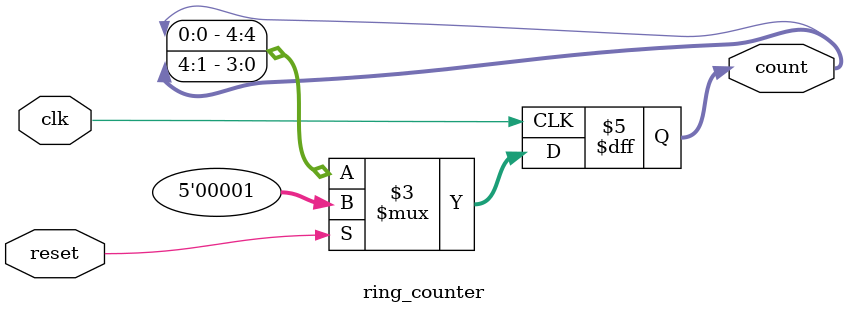
<source format=v>
module ring_counter(clk,reset,count);
  parameter N = 5;
  input clk,reset;
  output reg [N-1:0] count;

  always@(posedge clk)
    if(reset) begin
       count = 1;
  end
  else begin
    count = {count[0],count[N-1:1]};
  end
endmodule

</source>
